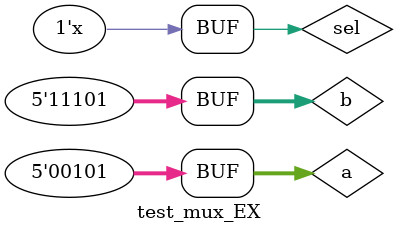
<source format=v>
`timescale 1ns / 1ps


module test_mux_EX;

	// Inputs
	reg [4:0] a;
	reg [4:0] b;
	reg sel;

	// Outputs
	wire [4:0] y;

	// Instantiate the Unit Under Test (UUT)
	mux_EX uut (
		.a(a), 
		.b(b), 
		.sel(sel), 
		.y(y)
	);

	initial begin
    a = 5'b01010;
    b = 5'b10101;
    sel = 1'b1;
    #10;
    a = 5'b00000;
    #10
    sel = 1'b1;
    #10;
    b = 5'b11111;
    #5;
    a= 5'b00101;
    #5;
    sel = 1'b0;
    b = 5'b11101;
	 #5;
	 sel = 1'bx;
    end
	  always @(a or b or sel)

    #1 $display("At t = %0d sel =%b a =%b b=%b y=%b",$time, sel, a, b, y);
    
      
endmodule


</source>
